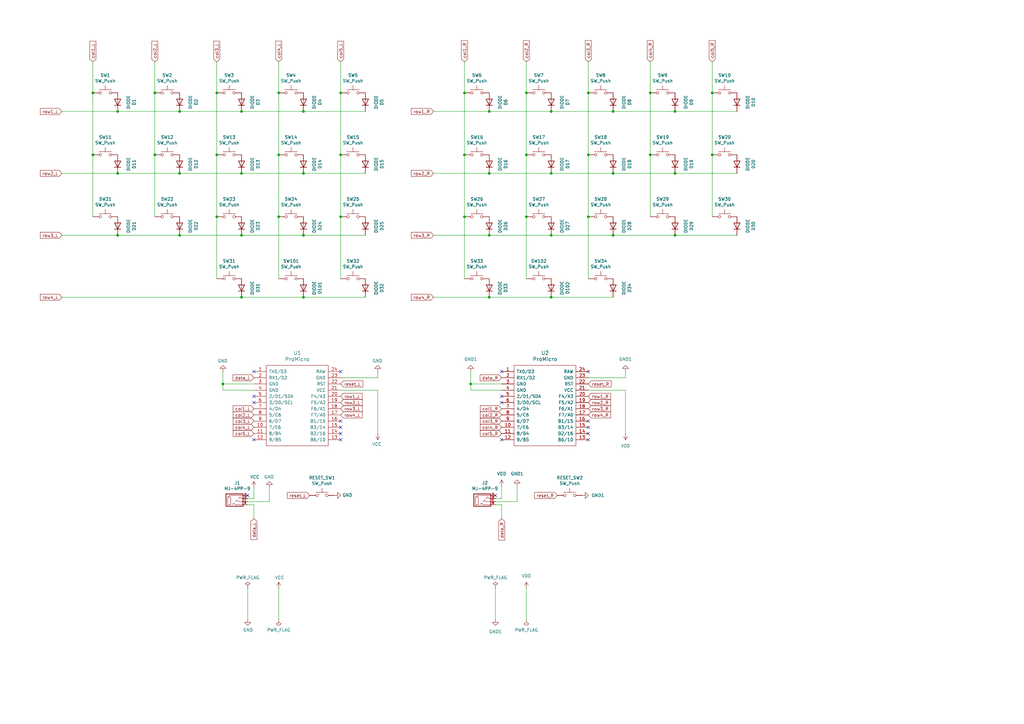
<source format=kicad_sch>
(kicad_sch (version 20230121) (generator eeschema)
  (paper "A3")
  (lib_symbols
    (symbol "Device:D" (pin_numbers hide) (pin_names (offset 1.016) hide)
      (property "Reference" "D" (at 0 2.54 0))
      (property "Value" "D" (at 0 -2.54 0))
      (symbol "D_0_1"
        (polyline (pts (xy -1.27 1.27) (xy -1.27 -1.27)) (stroke (width 0.254)))
        (polyline (pts (xy 1.27 0) (xy -1.27 0)))
        (polyline (pts (xy 1.27 1.27) (xy 1.27 -1.27) (xy -1.27 0) (xy 1.27 1.27)) (stroke (width 0.254)))
      )
      (symbol "D_1_1"
        (pin passive line (at -3.81 0 0) (length 2.54) (name "K") (number "1"))
        (pin passive line (at 3.81 0 180) (length 2.54) (name "A") (number "2"))
      )
    )
    (symbol "Switch:SW_Push" (pin_numbers hide) (pin_names (offset 1.016) hide)
      (property "Reference" "SW" (at 1.27 2.54 0))
      (property "Value" "SW_Push" (at 0 -1.524 0))
      (symbol "SW_Push_0_1"
        (circle (center -2.032 0) (radius 0.508))
        (polyline (pts (xy 0 1.27) (xy 0 3.048)))
        (polyline (pts (xy 2.54 1.27) (xy -2.54 1.27)))
        (circle (center 2.032 0) (radius 0.508))
        (pin passive line (at -5.08 0 0) (length 2.54) (name "1") (number "1"))
        (pin passive line (at 5.08 0 180) (length 2.54) (name "2") (number "2"))
      )
    )
    (symbol "kbd:MJ-4PP-9" (pin_names (offset 1.016))
      (property "Reference" "J" (at 0 3.81 0))
      (property "Value" "MJ-4PP-9" (at 0 -3.81 0))
      (symbol "MJ-4PP-9_0_1"
        (rectangle (start -1.905 -1.905) (end -3.175 1.27))
        (polyline (pts (xy -2.54 1.27) (xy -2.54 1.905) (xy 3.175 1.905)))
        (polyline (pts (xy -1.27 -1.905) (xy -0.635 -1.27) (xy 0 -1.905) (xy 3.175 -1.905)))
        (polyline (pts (xy 0 -0.635) (xy 0.635 0) (xy 1.27 -0.635) (xy 3.175 -0.635)))
        (polyline (pts (xy 1.27 0.635) (xy 1.905 1.27) (xy 2.54 0.635) (xy 3.175 0.635)))
        (rectangle (start 3.175 2.54) (end -3.81 -2.54) (stroke (width 0.3048)))
      )
      (symbol "MJ-4PP-9_1_1"
        (pin input line (at 5.08 1.905 180) (length 2.0066) (name "~") (number "A"))
        (pin input line (at 5.08 -1.905 180) (length 2.0066) (name "~") (number "B"))
        (pin input line (at 5.08 -0.635 180) (length 2.0066) (name "~") (number "C"))
        (pin input line (at 5.08 0.635 180) (length 2.0066) (name "~") (number "D"))
      )
    )
    (symbol "kbd:ProMicro" (pin_names (offset 1.016))
      (property "Reference" "U" (at 0 19.05 0))
      (property "Value" "ProMicro" (at 0 -19.05 0))
      (symbol "ProMicro_0_1"
        (rectangle (start -12.7 16.51) (end 12.7 -16.51))
      )
      (symbol "ProMicro_1_1"
        (pin bidirectional line (at -17.78 13.97 0) (length 5.08) (name "TX0/D3") (number "1"))
        (pin bidirectional line (at -17.78 -8.89 0) (length 5.08) (name "7/E6") (number "10"))
        (pin bidirectional line (at -17.78 -11.43 0) (length 5.08) (name "8/B4") (number "11"))
        (pin bidirectional line (at -17.78 -13.97 0) (length 5.08) (name "9/B5") (number "12"))
        (pin bidirectional line (at 17.78 -13.97 180) (length 5.08) (name "B6/10") (number "13"))
        (pin bidirectional line (at 17.78 -11.43 180) (length 5.08) (name "B2/16") (number "14"))
        (pin bidirectional line (at 17.78 -8.89 180) (length 5.08) (name "B3/14") (number "15"))
        (pin bidirectional line (at 17.78 -6.35 180) (length 5.08) (name "B1/15") (number "16"))
        (pin bidirectional line (at 17.78 -3.81 180) (length 5.08) (name "F7/A0") (number "17"))
        (pin bidirectional line (at 17.78 -1.27 180) (length 5.08) (name "F6/A1") (number "18"))
        (pin bidirectional line (at 17.78 1.27 180) (length 5.08) (name "F5/A2") (number "19"))
        (pin bidirectional line (at -17.78 11.43 0) (length 5.08) (name "RX1/D2") (number "2"))
        (pin bidirectional line (at 17.78 3.81 180) (length 5.08) (name "F4/A3") (number "20"))
        (pin power_in line (at 17.78 6.35 180) (length 5.08) (name "VCC") (number "21"))
        (pin input line (at 17.78 8.89 180) (length 5.08) (name "RST") (number "22"))
        (pin power_in line (at 17.78 11.43 180) (length 5.08) (name "GND") (number "23"))
        (pin power_out line (at 17.78 13.97 180) (length 5.08) (name "RAW") (number "24"))
        (pin power_in line (at -17.78 8.89 0) (length 5.08) (name "GND") (number "3"))
        (pin power_in line (at -17.78 6.35 0) (length 5.08) (name "GND") (number "4"))
        (pin bidirectional line (at -17.78 3.81 0) (length 5.08) (name "2/D1/SDA") (number "5"))
        (pin bidirectional line (at -17.78 1.27 0) (length 5.08) (name "3/D0/SCL") (number "6"))
        (pin bidirectional line (at -17.78 -1.27 0) (length 5.08) (name "4/D4") (number "7"))
        (pin bidirectional line (at -17.78 -3.81 0) (length 5.08) (name "5/C6") (number "8"))
        (pin bidirectional line (at -17.78 -6.35 0) (length 5.08) (name "6/D7") (number "9"))
      )
    )
    (symbol "power:GND" (power) (pin_names (offset 0))
      (property "Value" "GND" (at 0 -3.81 0))
      (symbol "GND_0_1"
        (polyline (pts (xy 0 0) (xy 0 -1.27) (xy 1.27 -1.27) (xy 0 -2.54) (xy -1.27 -1.27) (xy 0 -1.27)))
      )
      (symbol "GND_1_1"
        (pin power_in line (at 0 0 270) (length 0) hide (name "GND") (number "1"))
      )
    )
    (symbol "power:GND1" (power) (pin_names (offset 0))
      (property "Value" "GND1" (at 0 -3.81 0))
      (symbol "GND1_0_1"
        (polyline (pts (xy 0 0) (xy 0 -1.27) (xy 1.27 -1.27) (xy 0 -2.54) (xy -1.27 -1.27) (xy 0 -1.27)))
      )
      (symbol "GND1_1_1"
        (pin power_in line (at 0 0 270) (length 0) hide (name "GND1") (number "1"))
      )
    )
    (symbol "power:PWR_FLAG" (power) (pin_numbers hide) (pin_names (offset 0) hide)
      (property "Value" "PWR_FLAG" (at 0 3.81 0))
      (symbol "PWR_FLAG_0_0"
        (pin power_out line (at 0 0 90) (length 0) (name "pwr") (number "1"))
      )
      (symbol "PWR_FLAG_0_1"
        (polyline (pts (xy 0 0) (xy 0 1.27) (xy -1.016 1.905) (xy 0 2.54) (xy 1.016 1.905) (xy 0 1.27)))
      )
    )
    (symbol "power:VCC" (power) (pin_names (offset 0))
      (property "Value" "VCC" (at 0 3.81 0))
      (symbol "VCC_0_1"
        (polyline (pts (xy -0.762 1.27) (xy 0 2.54)))
        (polyline (pts (xy 0 0) (xy 0 2.54)))
        (polyline (pts (xy 0 2.54) (xy 0.762 1.27)))
      )
      (symbol "VCC_1_1"
        (pin power_in line (at 0 0 90) (length 0) hide (name "VCC") (number "1"))
      )
    )
    (symbol "power:VDD" (power) (pin_names (offset 0))
      (property "Value" "VDD" (at 0 3.81 0))
      (symbol "VDD_0_1"
        (polyline (pts (xy -0.762 1.27) (xy 0 2.54)))
        (polyline (pts (xy 0 0) (xy 0 2.54)))
        (polyline (pts (xy 0 2.54) (xy 0.762 1.27)))
      )
      (symbol "VDD_1_1"
        (pin power_in line (at 0 0 90) (length 0) hide (name "VDD") (number "1"))
      )
    )
  )
  (junction (at 276.86 45.72))
  (junction (at 48.26 96.52))
  (junction (at 241.3 63.5))
  (junction (at 241.3 88.9))
  (junction (at 251.46 96.52))
  (junction (at 38.1 38.1))
  (junction (at 124.46 96.52))
  (junction (at 193.04 157.48))
  (junction (at 200.66 121.92))
  (junction (at 190.5 88.9))
  (junction (at 276.86 71.12))
  (junction (at 292.1 38.1))
  (junction (at 276.86 96.52))
  (junction (at 73.66 96.52))
  (junction (at 215.9 88.9))
  (junction (at 226.06 45.72))
  (junction (at 139.7 63.5))
  (junction (at 200.66 45.72))
  (junction (at 226.06 121.92))
  (junction (at 124.46 45.72))
  (junction (at 251.46 45.72))
  (junction (at 63.5 63.5))
  (junction (at 114.3 88.9))
  (junction (at 241.3 38.1))
  (junction (at 139.7 38.1))
  (junction (at 114.3 63.5))
  (junction (at 48.26 71.12))
  (junction (at 99.06 71.12))
  (junction (at 99.06 45.72))
  (junction (at 124.46 71.12))
  (junction (at 88.9 63.5))
  (junction (at 38.1 63.5))
  (junction (at 99.06 96.52))
  (junction (at 266.7 63.5))
  (junction (at 88.9 38.1))
  (junction (at 91.44 157.48))
  (junction (at 190.5 38.1))
  (junction (at 215.9 63.5))
  (junction (at 99.06 121.92))
  (junction (at 124.46 121.92))
  (junction (at 226.06 71.12))
  (junction (at 200.66 71.12))
  (junction (at 73.66 71.12))
  (junction (at 292.1 63.5))
  (junction (at 139.7 88.9))
  (junction (at 226.06 96.52))
  (junction (at 215.9 38.1))
  (junction (at 63.5 38.1))
  (junction (at 48.26 45.72))
  (junction (at 88.9 88.9))
  (junction (at 114.3 38.1))
  (junction (at 73.66 45.72))
  (junction (at 251.46 71.12))
  (junction (at 190.5 63.5))
  (junction (at 200.66 96.52))
  (junction (at 266.7 38.1))
  (no_connect (at 104.14 152.4))
  (no_connect (at 241.3 175.26))
  (no_connect (at 241.3 152.4))
  (no_connect (at 104.14 180.34))
  (no_connect (at 205.74 162.56))
  (no_connect (at 139.7 152.4))
  (no_connect (at 104.14 165.1))
  (no_connect (at 104.14 162.56))
  (no_connect (at 139.7 172.72))
  (no_connect (at 139.7 177.8))
  (no_connect (at 205.74 165.1))
  (no_connect (at 139.7 175.26))
  (no_connect (at 241.3 177.8))
  (no_connect (at 101.6 203.2))
  (no_connect (at 205.74 180.34))
  (no_connect (at 203.2 203.2))
  (no_connect (at 241.3 180.34))
  (no_connect (at 241.3 172.72))
  (no_connect (at 205.74 152.4))
  (no_connect (at 139.7 180.34))
  (wire (pts (xy 154.94 154.94) (xy 154.94 152.4)))
  (wire (pts (xy 63.5 25.4) (xy 63.5 38.1)))
  (wire (pts (xy 292.1 63.5) (xy 292.1 88.9)))
  (wire (pts (xy 104.14 157.48) (xy 91.44 157.48)))
  (wire (pts (xy 241.3 38.1) (xy 241.3 63.5)))
  (wire (pts (xy 177.8 45.72) (xy 200.66 45.72)))
  (wire (pts (xy 241.3 63.5) (xy 241.3 88.9)))
  (wire (pts (xy 73.66 45.72) (xy 99.06 45.72)))
  (wire (pts (xy 139.7 88.9) (xy 139.7 114.3)))
  (wire (pts (xy 124.46 121.92) (xy 149.86 121.92)))
  (wire (pts (xy 241.3 160.02) (xy 256.54 160.02)))
  (wire (pts (xy 114.3 241.3) (xy 114.3 254)))
  (wire (pts (xy 190.5 25.4) (xy 190.5 38.1)))
  (wire (pts (xy 205.74 204.47) (xy 203.2 204.47)))
  (wire (pts (xy 91.44 157.48) (xy 91.44 152.4)))
  (wire (pts (xy 276.86 71.12) (xy 302.26 71.12)))
  (wire (pts (xy 48.26 71.12) (xy 73.66 71.12)))
  (wire (pts (xy 292.1 38.1) (xy 292.1 63.5)))
  (wire (pts (xy 177.8 71.12) (xy 200.66 71.12)))
  (wire (pts (xy 63.5 38.1) (xy 63.5 63.5)))
  (wire (pts (xy 226.06 45.72) (xy 251.46 45.72)))
  (wire (pts (xy 200.66 71.12) (xy 226.06 71.12)))
  (wire (pts (xy 215.9 25.4) (xy 215.9 38.1)))
  (wire (pts (xy 38.1 38.1) (xy 38.1 63.5)))
  (wire (pts (xy 114.3 88.9) (xy 114.3 114.3)))
  (wire (pts (xy 139.7 154.94) (xy 154.94 154.94)))
  (wire (pts (xy 256.54 154.94) (xy 256.54 152.4)))
  (wire (pts (xy 212.09 205.74) (xy 203.2 205.74)))
  (wire (pts (xy 91.44 160.02) (xy 91.44 157.48)))
  (wire (pts (xy 276.86 45.72) (xy 302.26 45.72)))
  (wire (pts (xy 124.46 71.12) (xy 149.86 71.12)))
  (wire (pts (xy 266.7 25.4) (xy 266.7 38.1)))
  (wire (pts (xy 212.09 199.39) (xy 212.09 205.74)))
  (wire (pts (xy 177.8 121.92) (xy 200.66 121.92)))
  (wire (pts (xy 292.1 25.4) (xy 292.1 38.1)))
  (wire (pts (xy 203.2 207.01) (xy 205.74 207.01)))
  (wire (pts (xy 25.4 71.12) (xy 48.26 71.12)))
  (wire (pts (xy 104.14 160.02) (xy 91.44 160.02)))
  (wire (pts (xy 114.3 25.4) (xy 114.3 38.1)))
  (wire (pts (xy 266.7 63.5) (xy 266.7 88.9)))
  (wire (pts (xy 241.3 25.4) (xy 241.3 38.1)))
  (wire (pts (xy 38.1 25.4) (xy 38.1 38.1)))
  (wire (pts (xy 190.5 38.1) (xy 190.5 63.5)))
  (wire (pts (xy 110.49 200.025) (xy 110.49 205.74)))
  (wire (pts (xy 256.54 160.02) (xy 256.54 177.8)))
  (wire (pts (xy 215.9 88.9) (xy 215.9 114.3)))
  (wire (pts (xy 193.04 160.02) (xy 193.04 157.48)))
  (wire (pts (xy 154.94 160.02) (xy 154.94 177.8)))
  (wire (pts (xy 104.14 200.025) (xy 104.14 204.47)))
  (wire (pts (xy 215.9 241.3) (xy 215.9 254)))
  (wire (pts (xy 200.66 45.72) (xy 226.06 45.72)))
  (wire (pts (xy 241.3 154.94) (xy 256.54 154.94)))
  (wire (pts (xy 241.3 88.9) (xy 241.3 114.3)))
  (wire (pts (xy 25.4 121.92) (xy 99.06 121.92)))
  (wire (pts (xy 124.46 96.52) (xy 149.86 96.52)))
  (wire (pts (xy 203.2 241.3) (xy 203.2 254)))
  (wire (pts (xy 205.74 160.02) (xy 193.04 160.02)))
  (wire (pts (xy 48.26 45.72) (xy 73.66 45.72)))
  (wire (pts (xy 200.66 121.92) (xy 226.06 121.92)))
  (wire (pts (xy 205.74 199.39) (xy 205.74 204.47)))
  (wire (pts (xy 114.3 38.1) (xy 114.3 63.5)))
  (wire (pts (xy 104.14 204.47) (xy 101.6 204.47)))
  (wire (pts (xy 193.04 157.48) (xy 193.04 152.4)))
  (wire (pts (xy 73.66 71.12) (xy 99.06 71.12)))
  (wire (pts (xy 226.06 121.92) (xy 251.46 121.92)))
  (wire (pts (xy 88.9 38.1) (xy 88.9 63.5)))
  (wire (pts (xy 215.9 63.5) (xy 215.9 88.9)))
  (wire (pts (xy 104.14 207.01) (xy 104.14 212.725)))
  (wire (pts (xy 88.9 88.9) (xy 88.9 114.3)))
  (wire (pts (xy 226.06 71.12) (xy 251.46 71.12)))
  (wire (pts (xy 88.9 63.5) (xy 88.9 88.9)))
  (wire (pts (xy 101.6 241.3) (xy 101.6 254)))
  (wire (pts (xy 99.06 71.12) (xy 124.46 71.12)))
  (wire (pts (xy 139.7 38.1) (xy 139.7 63.5)))
  (wire (pts (xy 99.06 96.52) (xy 124.46 96.52)))
  (wire (pts (xy 25.4 96.52) (xy 48.26 96.52)))
  (wire (pts (xy 124.46 45.72) (xy 149.86 45.72)))
  (wire (pts (xy 139.7 160.02) (xy 154.94 160.02)))
  (wire (pts (xy 215.9 38.1) (xy 215.9 63.5)))
  (wire (pts (xy 48.26 96.52) (xy 73.66 96.52)))
  (wire (pts (xy 226.06 96.52) (xy 251.46 96.52)))
  (wire (pts (xy 139.7 63.5) (xy 139.7 88.9)))
  (wire (pts (xy 190.5 63.5) (xy 190.5 88.9)))
  (wire (pts (xy 266.7 38.1) (xy 266.7 63.5)))
  (wire (pts (xy 99.06 45.72) (xy 124.46 45.72)))
  (wire (pts (xy 114.3 63.5) (xy 114.3 88.9)))
  (wire (pts (xy 200.66 96.52) (xy 226.06 96.52)))
  (wire (pts (xy 73.66 96.52) (xy 99.06 96.52)))
  (wire (pts (xy 99.06 121.92) (xy 124.46 121.92)))
  (wire (pts (xy 205.74 157.48) (xy 193.04 157.48)))
  (wire (pts (xy 88.9 25.4) (xy 88.9 38.1)))
  (wire (pts (xy 205.74 207.01) (xy 205.74 212.725)))
  (wire (pts (xy 101.6 207.01) (xy 104.14 207.01)))
  (wire (pts (xy 177.8 96.52) (xy 200.66 96.52)))
  (wire (pts (xy 251.46 71.12) (xy 276.86 71.12)))
  (wire (pts (xy 38.1 63.5) (xy 38.1 88.9)))
  (wire (pts (xy 110.49 205.74) (xy 101.6 205.74)))
  (wire (pts (xy 25.4 45.72) (xy 48.26 45.72)))
  (wire (pts (xy 139.7 25.4) (xy 139.7 38.1)))
  (wire (pts (xy 63.5 63.5) (xy 63.5 88.9)))
  (wire (pts (xy 276.86 96.52) (xy 302.26 96.52)))
  (wire (pts (xy 251.46 45.72) (xy 276.86 45.72)))
  (wire (pts (xy 251.46 96.52) (xy 276.86 96.52)))
  (wire (pts (xy 190.5 88.9) (xy 190.5 114.3)))
  (text "1u       #1   - #100\n1.25u    #101 - #120\n1.25u(v) #151-160\n1.5u     #201 - #220\n1.5u(v) #251-#260\n1.75u    #301 - #320\n2u       #401 - #420\n2u(V)    #501 - #520\n2.25u    #601 - #620\n2.75u    #701 - #720\n6.25u    #801 - #820\niso enter #901 - #920" (at 439.42 50.8 0) (effects (font (size 3.9878 3.9878)) (justify left bottom)))
  (global_label "row4_L" (shape input) (at 25.4 121.92 180) (property "Intersheetrefs" "${INTERSHEET_REFS}" (effects hide)))
  (global_label "row1_L" (shape input) (at 25.4 45.72 180) (property "Intersheetrefs" "${INTERSHEET_REFS}" (effects hide)))
  (global_label "col3_L" (shape input) (at 88.9 25.4 90) (property "Intersheetrefs" "${INTERSHEET_REFS}" (effects hide)))
  (global_label "row2_L" (shape input) (at 139.7 165.1 0) (property "Intersheetrefs" "${INTERSHEET_REFS}" (effects hide)))
  (global_label "data_L" (shape input) (at 104.14 212.725 270) (property "Intersheetrefs" "${INTERSHEET_REFS}" (effects hide)))
  (global_label "row2_L" (shape input) (at 25.4 71.12 180) (property "Intersheetrefs" "${INTERSHEET_REFS}" (effects hide)))
  (global_label "data_L" (shape input) (at 104.14 154.94 180) (property "Intersheetrefs" "${INTERSHEET_REFS}" (effects hide)))
  (global_label "data_R" (shape input) (at 205.74 154.94 180) (property "Intersheetrefs" "${INTERSHEET_REFS}" (effects hide)))
  (global_label "row3_R" (shape input) (at 241.3 167.64 0) (property "Intersheetrefs" "${INTERSHEET_REFS}" (effects hide)))
  (global_label "col3_R" (shape input) (at 241.3 25.4 90) (property "Intersheetrefs" "${INTERSHEET_REFS}" (effects hide)))
  (global_label "col1_L" (shape input) (at 38.1 25.4 90) (property "Intersheetrefs" "${INTERSHEET_REFS}" (effects hide)))
  (global_label "row1_L" (shape input) (at 139.7 162.56 0) (property "Intersheetrefs" "${INTERSHEET_REFS}" (effects hide)))
  (global_label "row4_R" (shape input) (at 177.8 121.92 180) (property "Intersheetrefs" "${INTERSHEET_REFS}" (effects hide)))
  (global_label "col5_L" (shape input) (at 104.14 177.8 180) (property "Intersheetrefs" "${INTERSHEET_REFS}" (effects hide)))
  (global_label "col4_R" (shape input) (at 205.74 175.26 180) (property "Intersheetrefs" "${INTERSHEET_REFS}" (effects hide)))
  (global_label "row1_R" (shape input) (at 241.3 162.56 0) (property "Intersheetrefs" "${INTERSHEET_REFS}" (effects hide)))
  (global_label "reset_L" (shape input) (at 139.7 157.48 0) (property "Intersheetrefs" "${INTERSHEET_REFS}" (effects hide)))
  (global_label "row1_R" (shape input) (at 177.8 45.72 180) (property "Intersheetrefs" "${INTERSHEET_REFS}" (effects hide)))
  (global_label "data_R" (shape input) (at 205.74 212.725 270) (property "Intersheetrefs" "${INTERSHEET_REFS}" (effects hide)))
  (global_label "col4_L" (shape input) (at 114.3 25.4 90) (property "Intersheetrefs" "${INTERSHEET_REFS}" (effects hide)))
  (global_label "reset_R" (shape input) (at 228.6 203.2 180) (property "Intersheetrefs" "${INTERSHEET_REFS}" (effects hide)))
  (global_label "row2_R" (shape input) (at 241.3 165.1 0) (property "Intersheetrefs" "${INTERSHEET_REFS}" (effects hide)))
  (global_label "col5_R" (shape input) (at 205.74 177.8 180) (property "Intersheetrefs" "${INTERSHEET_REFS}" (effects hide)))
  (global_label "row3_L" (shape input) (at 139.7 167.64 0) (property "Intersheetrefs" "${INTERSHEET_REFS}" (effects hide)))
  (global_label "col5_L" (shape input) (at 139.7 25.4 90) (property "Intersheetrefs" "${INTERSHEET_REFS}" (effects hide)))
  (global_label "row4_L" (shape input) (at 139.7 170.18 0) (property "Intersheetrefs" "${INTERSHEET_REFS}" (effects hide)))
  (global_label "col1_R" (shape input) (at 190.5 25.4 90) (property "Intersheetrefs" "${INTERSHEET_REFS}" (effects hide)))
  (global_label "row2_R" (shape input) (at 177.8 71.12 180) (property "Intersheetrefs" "${INTERSHEET_REFS}" (effects hide)))
  (global_label "col5_R" (shape input) (at 292.1 25.4 90) (property "Intersheetrefs" "${INTERSHEET_REFS}" (effects hide)))
  (global_label "col3_R" (shape input) (at 205.74 172.72 180) (property "Intersheetrefs" "${INTERSHEET_REFS}" (effects hide)))
  (global_label "col2_R" (shape input) (at 205.74 170.18 180) (property "Intersheetrefs" "${INTERSHEET_REFS}" (effects hide)))
  (global_label "reset_L" (shape input) (at 127 203.2 180) (property "Intersheetrefs" "${INTERSHEET_REFS}" (effects hide)))
  (global_label "col2_R" (shape input) (at 215.9 25.4 90) (property "Intersheetrefs" "${INTERSHEET_REFS}" (effects hide)))
  (global_label "row3_R" (shape input) (at 177.8 96.52 180) (property "Intersheetrefs" "${INTERSHEET_REFS}" (effects hide)))
  (global_label "col1_L" (shape input) (at 104.14 167.64 180) (property "Intersheetrefs" "${INTERSHEET_REFS}" (effects hide)))
  (global_label "reset_R" (shape input) (at 241.3 157.48 0) (property "Intersheetrefs" "${INTERSHEET_REFS}" (effects hide)))
  (global_label "col2_L" (shape input) (at 63.5 25.4 90) (property "Intersheetrefs" "${INTERSHEET_REFS}" (effects hide)))
  (global_label "col4_R" (shape input) (at 266.7 25.4 90) (property "Intersheetrefs" "${INTERSHEET_REFS}" (effects hide)))
  (global_label "row4_R" (shape input) (at 241.3 170.18 0) (property "Intersheetrefs" "${INTERSHEET_REFS}" (effects hide)))
  (global_label "row3_L" (shape input) (at 25.4 96.52 180) (property "Intersheetrefs" "${INTERSHEET_REFS}" (effects hide)))
  (global_label "col3_L" (shape input) (at 104.14 172.72 180) (property "Intersheetrefs" "${INTERSHEET_REFS}" (effects hide)))
  (global_label "col1_R" (shape input) (at 205.74 167.64 180) (property "Intersheetrefs" "${INTERSHEET_REFS}" (effects hide)))
  (global_label "col4_L" (shape input) (at 104.14 175.26 180) (property "Intersheetrefs" "${INTERSHEET_REFS}" (effects hide)))
  (global_label "col2_L" (shape input) (at 104.14 170.18 180) (property "Intersheetrefs" "${INTERSHEET_REFS}" (effects hide)))
  (symbol (lib_id "Device:D") (at 48.26 41.91 270) (mirror x) (unit 1)
    (property "Reference" "D1" (at 54.991 41.91 0))
    (property "Value" "DIODE" (at 52.6796 41.91 0))
    (property "Footprint" "kbd:D3_TH_SMD_v2" (effects hide))
  )
  (symbol (lib_id "Switch:SW_Push") (at 43.18 38.1 0) (unit 1)
    (property "Reference" "SW1" (at 43.18 30.861 0))
    (property "Value" "SW_Push" (at 43.18 33.1724 0))
    (property "Footprint" "takashicompany:CherryMX_TH-Hotswap" (effects hide))
  )
  (symbol (lib_id "Device:D") (at 73.66 41.91 270) (mirror x) (unit 1)
    (property "Reference" "D2" (at 80.391 41.91 0))
    (property "Value" "DIODE" (at 78.0796 41.91 0))
    (property "Footprint" "kbd:D3_TH_SMD_v2" (effects hide))
  )
  (symbol (lib_id "Switch:SW_Push") (at 68.58 38.1 0) (unit 1)
    (property "Reference" "SW2" (at 68.58 30.861 0))
    (property "Value" "SW_Push" (at 68.58 33.1724 0))
    (property "Footprint" "takashicompany:CherryMX_TH-Hotswap" (effects hide))
  )
  (symbol (lib_id "Device:D") (at 99.06 41.91 270) (mirror x) (unit 1)
    (property "Reference" "D3" (at 105.791 41.91 0))
    (property "Value" "DIODE" (at 103.4796 41.91 0))
    (property "Footprint" "kbd:D3_TH_SMD_v2" (effects hide))
  )
  (symbol (lib_id "Switch:SW_Push") (at 93.98 38.1 0) (unit 1)
    (property "Reference" "SW3" (at 93.98 30.861 0))
    (property "Value" "SW_Push" (at 93.98 33.1724 0))
    (property "Footprint" "takashicompany:CherryMX_TH-Hotswap" (effects hide))
  )
  (symbol (lib_id "Device:D") (at 124.46 41.91 270) (mirror x) (unit 1)
    (property "Reference" "D4" (at 131.191 41.91 0))
    (property "Value" "DIODE" (at 128.8796 41.91 0))
    (property "Footprint" "kbd:D3_TH_SMD_v2" (effects hide))
  )
  (symbol (lib_id "Switch:SW_Push") (at 119.38 38.1 0) (unit 1)
    (property "Reference" "SW4" (at 119.38 30.861 0))
    (property "Value" "SW_Push" (at 119.38 33.1724 0))
    (property "Footprint" "takashicompany:CherryMX_TH-Hotswap" (effects hide))
  )
  (symbol (lib_id "Device:D") (at 149.86 41.91 270) (mirror x) (unit 1)
    (property "Reference" "D5" (at 156.591 41.91 0))
    (property "Value" "DIODE" (at 154.2796 41.91 0))
    (property "Footprint" "kbd:D3_TH_SMD_v2" (effects hide))
  )
  (symbol (lib_id "Switch:SW_Push") (at 144.78 38.1 0) (unit 1)
    (property "Reference" "SW5" (at 144.78 30.861 0))
    (property "Value" "SW_Push" (at 144.78 33.1724 0))
    (property "Footprint" "takashicompany:CherryMX_TH-Hotswap" (effects hide))
  )
  (symbol (lib_id "Device:D") (at 200.66 41.91 270) (mirror x) (unit 1)
    (property "Reference" "D6" (at 207.391 41.91 0))
    (property "Value" "DIODE" (at 205.0796 41.91 0))
    (property "Footprint" "kbd:D3_TH_SMD_v2" (effects hide))
  )
  (symbol (lib_id "Switch:SW_Push") (at 195.58 38.1 0) (unit 1)
    (property "Reference" "SW6" (at 195.58 30.861 0))
    (property "Value" "SW_Push" (at 195.58 33.1724 0))
    (property "Footprint" "takashicompany:CherryMX_TH-Hotswap" (effects hide))
  )
  (symbol (lib_id "Device:D") (at 226.06 41.91 270) (mirror x) (unit 1)
    (property "Reference" "D7" (at 232.791 41.91 0))
    (property "Value" "DIODE" (at 230.4796 41.91 0))
    (property "Footprint" "kbd:D3_TH_SMD_v2" (effects hide))
  )
  (symbol (lib_id "Switch:SW_Push") (at 220.98 38.1 0) (unit 1)
    (property "Reference" "SW7" (at 220.98 30.861 0))
    (property "Value" "SW_Push" (at 220.98 33.1724 0))
    (property "Footprint" "takashicompany:CherryMX_TH-Hotswap" (effects hide))
  )
  (symbol (lib_id "Device:D") (at 251.46 41.91 270) (mirror x) (unit 1)
    (property "Reference" "D8" (at 258.191 41.91 0))
    (property "Value" "DIODE" (at 255.8796 41.91 0))
    (property "Footprint" "kbd:D3_TH_SMD_v2" (effects hide))
  )
  (symbol (lib_id "Switch:SW_Push") (at 246.38 38.1 0) (unit 1)
    (property "Reference" "SW8" (at 246.38 30.861 0))
    (property "Value" "SW_Push" (at 246.38 33.1724 0))
    (property "Footprint" "takashicompany:CherryMX_TH-Hotswap" (effects hide))
  )
  (symbol (lib_id "Device:D") (at 276.86 41.91 270) (mirror x) (unit 1)
    (property "Reference" "D9" (at 283.591 41.91 0))
    (property "Value" "DIODE" (at 281.2796 41.91 0))
    (property "Footprint" "kbd:D3_TH_SMD_v2" (effects hide))
  )
  (symbol (lib_id "Switch:SW_Push") (at 271.78 38.1 0) (unit 1)
    (property "Reference" "SW9" (at 271.78 30.861 0))
    (property "Value" "SW_Push" (at 271.78 33.1724 0))
    (property "Footprint" "takashicompany:CherryMX_TH-Hotswap" (effects hide))
  )
  (symbol (lib_id "Device:D") (at 302.26 41.91 270) (mirror x) (unit 1)
    (property "Reference" "D10" (at 308.991 41.91 0))
    (property "Value" "DIODE" (at 306.6796 41.91 0))
    (property "Footprint" "kbd:D3_TH_SMD_v2" (effects hide))
  )
  (symbol (lib_id "Switch:SW_Push") (at 297.18 38.1 0) (unit 1)
    (property "Reference" "SW10" (at 297.18 30.861 0))
    (property "Value" "SW_Push" (at 297.18 33.1724 0))
    (property "Footprint" "takashicompany:CherryMX_TH-Hotswap" (effects hide))
  )
  (symbol (lib_id "Device:D") (at 48.26 92.71 270) (mirror x) (unit 1)
    (property "Reference" "D21" (at 54.991 92.71 0))
    (property "Value" "DIODE" (at 52.6796 92.71 0))
    (property "Footprint" "kbd:D3_TH_SMD_v2" (effects hide))
  )
  (symbol (lib_id "Switch:SW_Push") (at 43.18 88.9 0) (unit 1)
    (property "Reference" "SW21" (at 43.18 81.661 0))
    (property "Value" "SW_Push" (at 43.18 83.9724 0))
    (property "Footprint" "takashicompany:CherryMX_TH-Hotswap" (effects hide))
  )
  (symbol (lib_id "Device:D") (at 73.66 92.71 270) (mirror x) (unit 1)
    (property "Reference" "D22" (at 80.391 92.71 0))
    (property "Value" "DIODE" (at 78.0796 92.71 0))
    (property "Footprint" "kbd:D3_TH_SMD_v2" (effects hide))
  )
  (symbol (lib_id "Switch:SW_Push") (at 68.58 88.9 0) (unit 1)
    (property "Reference" "SW22" (at 68.58 81.661 0))
    (property "Value" "SW_Push" (at 68.58 83.9724 0))
    (property "Footprint" "takashicompany:CherryMX_TH-Hotswap" (effects hide))
  )
  (symbol (lib_id "Device:D") (at 99.06 92.71 270) (mirror x) (unit 1)
    (property "Reference" "D23" (at 105.791 92.71 0))
    (property "Value" "DIODE" (at 103.4796 92.71 0))
    (property "Footprint" "kbd:D3_TH_SMD_v2" (effects hide))
  )
  (symbol (lib_id "Switch:SW_Push") (at 93.98 88.9 0) (unit 1)
    (property "Reference" "SW23" (at 93.98 81.661 0))
    (property "Value" "SW_Push" (at 93.98 83.9724 0))
    (property "Footprint" "takashicompany:CherryMX_TH-Hotswap" (effects hide))
  )
  (symbol (lib_id "Device:D") (at 124.46 92.71 270) (mirror x) (unit 1)
    (property "Reference" "D24" (at 131.191 92.71 0))
    (property "Value" "DIODE" (at 128.8796 92.71 0))
    (property "Footprint" "kbd:D3_TH_SMD_v2" (effects hide))
  )
  (symbol (lib_id "Switch:SW_Push") (at 119.38 88.9 0) (unit 1)
    (property "Reference" "SW24" (at 119.38 81.661 0))
    (property "Value" "SW_Push" (at 119.38 83.9724 0))
    (property "Footprint" "takashicompany:CherryMX_TH-Hotswap" (effects hide))
  )
  (symbol (lib_id "Device:D") (at 149.86 92.71 270) (mirror x) (unit 1)
    (property "Reference" "D25" (at 156.591 92.71 0))
    (property "Value" "DIODE" (at 154.2796 92.71 0))
    (property "Footprint" "kbd:D3_TH_SMD_v2" (effects hide))
  )
  (symbol (lib_id "Switch:SW_Push") (at 144.78 88.9 0) (unit 1)
    (property "Reference" "SW25" (at 144.78 81.661 0))
    (property "Value" "SW_Push" (at 144.78 83.9724 0))
    (property "Footprint" "takashicompany:CherryMX_TH-Hotswap" (effects hide))
  )
  (symbol (lib_id "Device:D") (at 200.66 92.71 270) (mirror x) (unit 1)
    (property "Reference" "D26" (at 207.391 92.71 0))
    (property "Value" "DIODE" (at 205.0796 92.71 0))
    (property "Footprint" "kbd:D3_TH_SMD_v2" (effects hide))
  )
  (symbol (lib_id "Switch:SW_Push") (at 195.58 88.9 0) (unit 1)
    (property "Reference" "SW26" (at 195.58 81.661 0))
    (property "Value" "SW_Push" (at 195.58 83.9724 0))
    (property "Footprint" "takashicompany:CherryMX_TH-Hotswap" (effects hide))
  )
  (symbol (lib_id "Device:D") (at 226.06 92.71 270) (mirror x) (unit 1)
    (property "Reference" "D27" (at 232.791 92.71 0))
    (property "Value" "DIODE" (at 230.4796 92.71 0))
    (property "Footprint" "kbd:D3_TH_SMD_v2" (effects hide))
  )
  (symbol (lib_id "Switch:SW_Push") (at 220.98 88.9 0) (unit 1)
    (property "Reference" "SW27" (at 220.98 81.661 0))
    (property "Value" "SW_Push" (at 220.98 83.9724 0))
    (property "Footprint" "takashicompany:CherryMX_TH-Hotswap" (effects hide))
  )
  (symbol (lib_id "Device:D") (at 251.46 92.71 270) (mirror x) (unit 1)
    (property "Reference" "D28" (at 258.191 92.71 0))
    (property "Value" "DIODE" (at 255.8796 92.71 0))
    (property "Footprint" "kbd:D3_TH_SMD_v2" (effects hide))
  )
  (symbol (lib_id "Switch:SW_Push") (at 246.38 88.9 0) (unit 1)
    (property "Reference" "SW28" (at 246.38 81.661 0))
    (property "Value" "SW_Push" (at 246.38 83.9724 0))
    (property "Footprint" "takashicompany:CherryMX_TH-Hotswap" (effects hide))
  )
  (symbol (lib_id "Device:D") (at 276.86 92.71 270) (mirror x) (unit 1)
    (property "Reference" "D29" (at 283.591 92.71 0))
    (property "Value" "DIODE" (at 281.2796 92.71 0))
    (property "Footprint" "kbd:D3_TH_SMD_v2" (effects hide))
  )
  (symbol (lib_id "Switch:SW_Push") (at 271.78 88.9 0) (unit 1)
    (property "Reference" "SW29" (at 271.78 81.661 0))
    (property "Value" "SW_Push" (at 271.78 83.9724 0))
    (property "Footprint" "takashicompany:CherryMX_TH-Hotswap" (effects hide))
  )
  (symbol (lib_id "Device:D") (at 302.26 92.71 270) (mirror x) (unit 1)
    (property "Reference" "D30" (at 308.991 92.71 0))
    (property "Value" "DIODE" (at 306.6796 92.71 0))
    (property "Footprint" "kbd:D3_TH_SMD_v2" (effects hide))
  )
  (symbol (lib_id "Switch:SW_Push") (at 297.18 88.9 0) (unit 1)
    (property "Reference" "SW30" (at 297.18 81.661 0))
    (property "Value" "SW_Push" (at 297.18 83.9724 0))
    (property "Footprint" "takashicompany:CherryMX_TH-Hotswap" (effects hide))
  )
  (symbol (lib_id "Device:D") (at 48.26 67.31 270) (mirror x) (unit 1)
    (property "Reference" "D11" (at 54.991 67.31 0))
    (property "Value" "DIODE" (at 52.6796 67.31 0))
    (property "Footprint" "kbd:D3_TH_SMD_v2" (effects hide))
  )
  (symbol (lib_id "Switch:SW_Push") (at 43.18 63.5 0) (unit 1)
    (property "Reference" "SW11" (at 43.18 56.261 0))
    (property "Value" "SW_Push" (at 43.18 58.5724 0))
    (property "Footprint" "takashicompany:CherryMX_TH-Hotswap" (effects hide))
  )
  (symbol (lib_id "Device:D") (at 73.66 67.31 270) (mirror x) (unit 1)
    (property "Reference" "D12" (at 80.391 67.31 0))
    (property "Value" "DIODE" (at 78.0796 67.31 0))
    (property "Footprint" "kbd:D3_TH_SMD_v2" (effects hide))
  )
  (symbol (lib_id "Switch:SW_Push") (at 68.58 63.5 0) (unit 1)
    (property "Reference" "SW12" (at 68.58 56.261 0))
    (property "Value" "SW_Push" (at 68.58 58.5724 0))
    (property "Footprint" "takashicompany:CherryMX_TH-Hotswap" (effects hide))
  )
  (symbol (lib_id "Device:D") (at 99.06 67.31 270) (mirror x) (unit 1)
    (property "Reference" "D13" (at 105.791 67.31 0))
    (property "Value" "DIODE" (at 103.4796 67.31 0))
    (property "Footprint" "kbd:D3_TH_SMD_v2" (effects hide))
  )
  (symbol (lib_id "Switch:SW_Push") (at 93.98 63.5 0) (unit 1)
    (property "Reference" "SW13" (at 93.98 56.261 0))
    (property "Value" "SW_Push" (at 93.98 58.5724 0))
    (property "Footprint" "takashicompany:CherryMX_TH-Hotswap" (effects hide))
  )
  (symbol (lib_id "Device:D") (at 124.46 67.31 270) (mirror x) (unit 1)
    (property "Reference" "D14" (at 131.191 67.31 0))
    (property "Value" "DIODE" (at 128.8796 67.31 0))
    (property "Footprint" "kbd:D3_TH_SMD_v2" (effects hide))
  )
  (symbol (lib_id "Switch:SW_Push") (at 119.38 63.5 0) (unit 1)
    (property "Reference" "SW14" (at 119.38 56.261 0))
    (property "Value" "SW_Push" (at 119.38 58.5724 0))
    (property "Footprint" "takashicompany:CherryMX_TH-Hotswap" (effects hide))
  )
  (symbol (lib_id "Device:D") (at 149.86 67.31 270) (mirror x) (unit 1)
    (property "Reference" "D15" (at 156.591 67.31 0))
    (property "Value" "DIODE" (at 154.2796 67.31 0))
    (property "Footprint" "kbd:D3_TH_SMD_v2" (effects hide))
  )
  (symbol (lib_id "Switch:SW_Push") (at 144.78 63.5 0) (unit 1)
    (property "Reference" "SW15" (at 144.78 56.261 0))
    (property "Value" "SW_Push" (at 144.78 58.5724 0))
    (property "Footprint" "takashicompany:CherryMX_TH-Hotswap" (effects hide))
  )
  (symbol (lib_id "Device:D") (at 200.66 67.31 270) (mirror x) (unit 1)
    (property "Reference" "D16" (at 207.391 67.31 0))
    (property "Value" "DIODE" (at 205.0796 67.31 0))
    (property "Footprint" "kbd:D3_TH_SMD_v2" (effects hide))
  )
  (symbol (lib_id "Switch:SW_Push") (at 195.58 63.5 0) (unit 1)
    (property "Reference" "SW16" (at 195.58 56.261 0))
    (property "Value" "SW_Push" (at 195.58 58.5724 0))
    (property "Footprint" "takashicompany:CherryMX_TH-Hotswap" (effects hide))
  )
  (symbol (lib_id "Device:D") (at 226.06 67.31 270) (mirror x) (unit 1)
    (property "Reference" "D17" (at 232.791 67.31 0))
    (property "Value" "DIODE" (at 230.4796 67.31 0))
    (property "Footprint" "kbd:D3_TH_SMD_v2" (effects hide))
  )
  (symbol (lib_id "Switch:SW_Push") (at 220.98 63.5 0) (unit 1)
    (property "Reference" "SW17" (at 220.98 56.261 0))
    (property "Value" "SW_Push" (at 220.98 58.5724 0))
    (property "Footprint" "takashicompany:CherryMX_TH-Hotswap" (effects hide))
  )
  (symbol (lib_id "Device:D") (at 251.46 67.31 270) (mirror x) (unit 1)
    (property "Reference" "D18" (at 258.191 67.31 0))
    (property "Value" "DIODE" (at 255.8796 67.31 0))
    (property "Footprint" "kbd:D3_TH_SMD_v2" (effects hide))
  )
  (symbol (lib_id "Switch:SW_Push") (at 246.38 63.5 0) (unit 1)
    (property "Reference" "SW18" (at 246.38 56.261 0))
    (property "Value" "SW_Push" (at 246.38 58.5724 0))
    (property "Footprint" "takashicompany:CherryMX_TH-Hotswap" (effects hide))
  )
  (symbol (lib_id "Device:D") (at 276.86 67.31 270) (mirror x) (unit 1)
    (property "Reference" "D19" (at 283.591 67.31 0))
    (property "Value" "DIODE" (at 281.2796 67.31 0))
    (property "Footprint" "kbd:D3_TH_SMD_v2" (effects hide))
  )
  (symbol (lib_id "Switch:SW_Push") (at 271.78 63.5 0) (unit 1)
    (property "Reference" "SW19" (at 271.78 56.261 0))
    (property "Value" "SW_Push" (at 271.78 58.5724 0))
    (property "Footprint" "takashicompany:CherryMX_TH-Hotswap" (effects hide))
  )
  (symbol (lib_id "Device:D") (at 302.26 67.31 270) (mirror x) (unit 1)
    (property "Reference" "D20" (at 308.991 67.31 0))
    (property "Value" "DIODE" (at 306.6796 67.31 0))
    (property "Footprint" "kbd:D3_TH_SMD_v2" (effects hide))
  )
  (symbol (lib_id "Switch:SW_Push") (at 297.18 63.5 0) (unit 1)
    (property "Reference" "SW20" (at 297.18 56.261 0))
    (property "Value" "SW_Push" (at 297.18 58.5724 0))
    (property "Footprint" "takashicompany:CherryMX_TH-Hotswap" (effects hide))
  )
  (symbol (lib_id "Device:D") (at 99.06 118.11 270) (mirror x) (unit 1)
    (property "Reference" "D31" (at 105.791 118.11 0))
    (property "Value" "DIODE" (at 103.4796 118.11 0))
    (property "Footprint" "kbd:D3_TH_SMD_v2" (effects hide))
  )
  (symbol (lib_id "Switch:SW_Push") (at 93.98 114.3 0) (unit 1)
    (property "Reference" "SW31" (at 93.98 107.061 0))
    (property "Value" "SW_Push" (at 93.98 109.3724 0))
    (property "Footprint" "takashicompany:CherryMX_TH-Hotswap" (effects hide))
  )
  (symbol (lib_id "Device:D") (at 149.86 118.11 270) (mirror x) (unit 1)
    (property "Reference" "D32" (at 156.591 118.11 0))
    (property "Value" "DIODE" (at 154.2796 118.11 0))
    (property "Footprint" "kbd:D3_TH_SMD_v2" (effects hide))
  )
  (symbol (lib_id "Switch:SW_Push") (at 144.78 114.3 0) (unit 1)
    (property "Reference" "SW32" (at 144.78 107.061 0))
    (property "Value" "SW_Push" (at 144.78 109.3724 0))
    (property "Footprint" "takashicompany:CherryMX_TH-Hotswap" (effects hide))
  )
  (symbol (lib_id "Device:D") (at 200.66 118.11 270) (mirror x) (unit 1)
    (property "Reference" "D33" (at 207.391 118.11 0))
    (property "Value" "DIODE" (at 205.0796 118.11 0))
    (property "Footprint" "kbd:D3_TH_SMD_v2" (effects hide))
  )
  (symbol (lib_id "Switch:SW_Push") (at 195.58 114.3 0) (unit 1)
    (property "Reference" "SW33" (at 195.58 107.061 0))
    (property "Value" "SW_Push" (at 195.58 109.3724 0))
    (property "Footprint" "takashicompany:CherryMX_TH-Hotswap" (effects hide))
  )
  (symbol (lib_id "Device:D") (at 251.46 118.11 270) (mirror x) (unit 1)
    (property "Reference" "D34" (at 258.191 118.11 0))
    (property "Value" "DIODE" (at 255.8796 118.11 0))
    (property "Footprint" "kbd:D3_TH_SMD_v2" (effects hide))
  )
  (symbol (lib_id "Switch:SW_Push") (at 246.38 114.3 0) (unit 1)
    (property "Reference" "SW34" (at 246.38 107.061 0))
    (property "Value" "SW_Push" (at 246.38 109.3724 0))
    (property "Footprint" "takashicompany:CherryMX_TH-Hotswap" (effects hide))
  )
  (symbol (lib_id "Device:D") (at 124.46 118.11 270) (mirror x) (unit 1)
    (property "Reference" "D101" (at 131.191 118.11 0))
    (property "Value" "DIODE" (at 128.8796 118.11 0))
    (property "Footprint" "kbd:D3_TH_SMD_v2" (effects hide))
  )
  (symbol (lib_id "Switch:SW_Push") (at 119.38 114.3 0) (unit 1)
    (property "Reference" "SW101" (at 119.38 107.061 0))
    (property "Value" "SW_Push" (at 119.38 109.3724 0))
    (property "Footprint" "takashicompany:CherryMX_TH-Hotswap_1.25u" (effects hide))
  )
  (symbol (lib_id "Device:D") (at 226.06 118.11 270) (mirror x) (unit 1)
    (property "Reference" "D102" (at 232.791 118.11 0))
    (property "Value" "DIODE" (at 230.4796 118.11 0))
    (property "Footprint" "kbd:D3_TH_SMD_v2" (effects hide))
  )
  (symbol (lib_id "Switch:SW_Push") (at 220.98 114.3 0) (unit 1)
    (property "Reference" "SW102" (at 220.98 107.061 0))
    (property "Value" "SW_Push" (at 220.98 109.3724 0))
    (property "Footprint" "takashicompany:CherryMX_TH-Hotswap_1.25u" (effects hide))
  )
  (symbol (lib_id "power:VCC") (at 154.94 177.8 180) (unit 1)
    (property "Reference" "#PWR0101" (effects hide))
    (property "Value" "VCC" (at 154.559 182.1942 0))
  )
  (symbol (lib_id "power:VCC") (at 104.14 200.025 0) (unit 1)
    (property "Reference" "#PWR0105" (effects hide))
    (property "Value" "VCC" (at 104.521 195.6308 0))
  )
  (symbol (lib_id "power:GND") (at 154.94 152.4 180) (unit 1)
    (property "Reference" "#PWR0102" (effects hide))
    (property "Value" "GND" (at 154.813 148.0058 0))
  )
  (symbol (lib_id "power:GND") (at 91.44 152.4 180) (unit 1)
    (property "Reference" "#PWR0103" (effects hide))
    (property "Value" "GND" (at 91.313 148.0058 0))
  )
  (symbol (lib_id "kbd:MJ-4PP-9") (at 96.52 205.105 0) (unit 1)
    (property "Reference" "J1" (at 97.3074 198.0946 0))
    (property "Value" "MJ-4PP-9" (at 97.3074 200.406 0))
    (property "Footprint" "kbd:MJ-4PP-9_1side" (effects hide))
  )
  (symbol (lib_id "Switch:SW_Push") (at 132.08 203.2 0) (unit 1)
    (property "Reference" "RESET_SW1" (at 132.08 195.961 0))
    (property "Value" "SW_Push" (at 132.08 198.2724 0))
    (property "Footprint" "kbd:ResetSW_1side" (effects hide))
  )
  (symbol (lib_id "power:GND") (at 137.16 203.2 90) (unit 1)
    (property "Reference" "#PWR0104" (effects hide))
    (property "Value" "GND" (at 140.4112 203.073 90) (effects (justify right)))
  )
  (symbol (lib_id "power:GND") (at 110.49 200.025 180) (unit 1)
    (property "Reference" "#PWR0108" (effects hide))
    (property "Value" "GND" (at 110.363 195.6308 0))
  )
  (symbol (lib_id "power:PWR_FLAG") (at 101.6 241.3 0) (unit 1)
    (property "Reference" "#FLG0101" (effects hide))
    (property "Value" "PWR_FLAG" (at 101.6 236.9058 0))
  )
  (symbol (lib_id "power:GND") (at 101.6 254 0) (unit 1)
    (property "Reference" "#PWR0109" (effects hide))
    (property "Value" "GND" (at 101.727 258.3942 0))
  )
  (symbol (lib_id "power:VCC") (at 114.3 241.3 0) (unit 1)
    (property "Reference" "#PWR0110" (effects hide))
    (property "Value" "VCC" (at 114.681 236.9058 0))
  )
  (symbol (lib_id "power:PWR_FLAG") (at 114.3 254 180) (unit 1)
    (property "Reference" "#FLG0102" (effects hide))
    (property "Value" "PWR_FLAG" (at 114.3 258.3942 0))
  )
  (symbol (lib_id "power:VDD") (at 215.9 241.3 0) (unit 1)
    (property "Reference" "#PWR07" (effects hide))
    (property "Value" "VDD" (at 215.9 236.22 0))
  )
  (symbol (lib_id "power:GND1") (at 193.04 152.4 180) (unit 1)
    (property "Reference" "#PWR01" (effects hide))
    (property "Value" "GND1" (at 193.04 147.32 0))
  )
  (symbol (lib_id "power:GND1") (at 212.09 199.39 180) (unit 1)
    (property "Reference" "#PWR06" (effects hide))
    (property "Value" "GND1" (at 212.09 194.31 0))
  )
  (symbol (lib_id "power:GND1") (at 238.76 203.2 90) (unit 1)
    (property "Reference" "#PWR08" (effects hide))
    (property "Value" "GND1" (at 242.57 203.2 90) (effects (justify right)))
  )
  (symbol (lib_id "power:PWR_FLAG") (at 203.2 241.3 0) (unit 1)
    (property "Reference" "#FLG01" (effects hide))
    (property "Value" "PWR_FLAG" (at 203.2 236.9058 0))
  )
  (symbol (lib_id "power:GND1") (at 256.54 152.4 180) (unit 1)
    (property "Reference" "#PWR02" (effects hide))
    (property "Value" "GND1" (at 256.54 147.32 0))
  )
  (symbol (lib_id "power:VDD") (at 256.54 177.8 180) (unit 1)
    (property "Reference" "#PWR03" (effects hide))
    (property "Value" "VDD" (at 256.54 182.88 0))
  )
  (symbol (lib_id "kbd:ProMicro") (at 121.92 166.37 0) (unit 1)
    (property "Reference" "U1" (at 121.92 144.78 0) (effects (font (size 1.524 1.524))))
    (property "Value" "ProMicro" (at 121.92 147.32 0) (effects (font (size 1.524 1.524))))
    (property "Footprint" "takashicompany:ProMicro_v3.5_print-inside_back" (effects hide))
  )
  (symbol (lib_id "kbd:ProMicro") (at 223.52 166.37 0) (unit 1)
    (property "Reference" "U2" (at 223.52 144.78 0) (effects (font (size 1.524 1.524))))
    (property "Value" "ProMicro" (at 223.52 147.32 0) (effects (font (size 1.524 1.524))))
    (property "Footprint" "takashicompany:ProMicro_v3.5_print-inside_back" (effects hide))
  )
  (symbol (lib_id "Switch:SW_Push") (at 233.68 203.2 0) (unit 1)
    (property "Reference" "RESET_SW2" (at 233.68 195.961 0))
    (property "Value" "SW_Push" (at 233.68 198.2724 0))
    (property "Footprint" "kbd:ResetSW_1side" (effects hide))
  )
  (symbol (lib_id "kbd:MJ-4PP-9") (at 198.12 205.105 0) (unit 1)
    (property "Reference" "J2" (at 198.9074 198.0946 0))
    (property "Value" "MJ-4PP-9" (at 198.9074 200.406 0))
    (property "Footprint" "kbd:MJ-4PP-9_1side" (effects hide))
  )
  (symbol (lib_id "power:PWR_FLAG") (at 215.9 254 180) (unit 1)
    (property "Reference" "#FLG02" (effects hide))
    (property "Value" "PWR_FLAG" (at 215.9 258.3942 0))
  )
  (symbol (lib_id "power:VDD") (at 205.74 199.39 0) (unit 1)
    (property "Reference" "#PWR05" (effects hide))
    (property "Value" "VDD" (at 205.74 194.31 0))
  )
  (symbol (lib_id "power:GND1") (at 203.2 254 0) (unit 1)
    (property "Reference" "#PWR04" (effects hide))
    (property "Value" "GND1" (at 203.2 259.08 0))
  )
)
</source>
